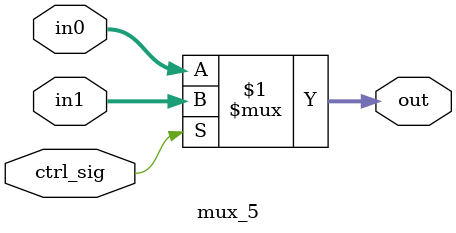
<source format=v>
`timescale 1ns / 1ps


module mux_5(
	input [4:0] in0,
	input [4:0] in1,
	input ctrl_sig,
	output [4:0] out
	);

	assign out = ctrl_sig ? in1 : in0;
	
endmodule

</source>
